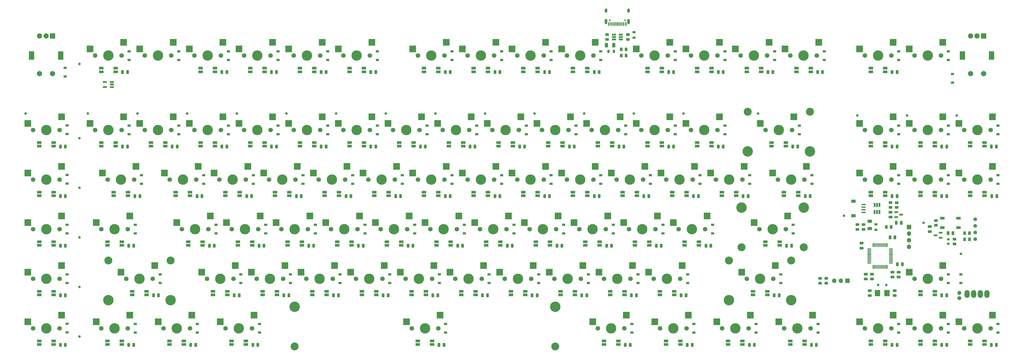
<source format=gbs>
%TF.GenerationSoftware,KiCad,Pcbnew,(6.0.0)*%
%TF.CreationDate,2022-03-04T20:35:23-05:00*%
%TF.ProjectId,keyboard0,6b657962-6f61-4726-9430-2e6b69636164,rev?*%
%TF.SameCoordinates,Original*%
%TF.FileFunction,Soldermask,Bot*%
%TF.FilePolarity,Negative*%
%FSLAX46Y46*%
G04 Gerber Fmt 4.6, Leading zero omitted, Abs format (unit mm)*
G04 Created by KiCad (PCBNEW (6.0.0)) date 2022-03-04 20:35:23*
%MOMM*%
%LPD*%
G01*
G04 APERTURE LIST*
G04 Aperture macros list*
%AMRoundRect*
0 Rectangle with rounded corners*
0 $1 Rounding radius*
0 $2 $3 $4 $5 $6 $7 $8 $9 X,Y pos of 4 corners*
0 Add a 4 corners polygon primitive as box body*
4,1,4,$2,$3,$4,$5,$6,$7,$8,$9,$2,$3,0*
0 Add four circle primitives for the rounded corners*
1,1,$1+$1,$2,$3*
1,1,$1+$1,$4,$5*
1,1,$1+$1,$6,$7*
1,1,$1+$1,$8,$9*
0 Add four rect primitives between the rounded corners*
20,1,$1+$1,$2,$3,$4,$5,0*
20,1,$1+$1,$4,$5,$6,$7,0*
20,1,$1+$1,$6,$7,$8,$9,0*
20,1,$1+$1,$8,$9,$2,$3,0*%
G04 Aperture macros list end*
%ADD10O,2.000000X3.000000*%
%ADD11C,1.524000*%
%ADD12O,1.524000X1.524000*%
%ADD13R,1.200000X0.900000*%
%ADD14R,2.550000X2.500000*%
%ADD15C,1.750000*%
%ADD16C,3.987800*%
%ADD17C,3.050000*%
%ADD18C,4.000000*%
%ADD19R,2.000000X2.000000*%
%ADD20C,2.000000*%
%ADD21R,2.000000X3.200000*%
%ADD22C,1.397000*%
%ADD23RoundRect,0.250000X-0.262500X-0.450000X0.262500X-0.450000X0.262500X0.450000X-0.262500X0.450000X0*%
%ADD24C,1.000000*%
%ADD25RoundRect,0.218750X0.381250X-0.218750X0.381250X0.218750X-0.381250X0.218750X-0.381250X-0.218750X0*%
%ADD26RoundRect,0.250000X0.475000X-0.250000X0.475000X0.250000X-0.475000X0.250000X-0.475000X-0.250000X0*%
%ADD27RoundRect,0.250000X-0.475000X0.250000X-0.475000X-0.250000X0.475000X-0.250000X0.475000X0.250000X0*%
%ADD28RoundRect,0.250000X0.250000X0.475000X-0.250000X0.475000X-0.250000X-0.475000X0.250000X-0.475000X0*%
%ADD29RoundRect,0.243750X-0.456250X0.243750X-0.456250X-0.243750X0.456250X-0.243750X0.456250X0.243750X0*%
%ADD30RoundRect,0.250000X-0.625000X0.375000X-0.625000X-0.375000X0.625000X-0.375000X0.625000X0.375000X0*%
%ADD31R,1.700000X1.700000*%
%ADD32O,1.700000X1.700000*%
%ADD33RoundRect,0.250000X-0.450000X0.262500X-0.450000X-0.262500X0.450000X-0.262500X0.450000X0.262500X0*%
%ADD34RoundRect,0.250000X0.262500X0.450000X-0.262500X0.450000X-0.262500X-0.450000X0.262500X-0.450000X0*%
%ADD35RoundRect,0.250000X0.450000X-0.262500X0.450000X0.262500X-0.450000X0.262500X-0.450000X-0.262500X0*%
%ADD36RoundRect,0.150000X-0.587500X-0.150000X0.587500X-0.150000X0.587500X0.150000X-0.587500X0.150000X0*%
%ADD37RoundRect,0.075000X0.075000X-0.662500X0.075000X0.662500X-0.075000X0.662500X-0.075000X-0.662500X0*%
%ADD38RoundRect,0.075000X0.662500X-0.075000X0.662500X0.075000X-0.662500X0.075000X-0.662500X-0.075000X0*%
%ADD39R,2.000000X2.400000*%
%ADD40C,0.650000*%
%ADD41R,0.600000X1.450000*%
%ADD42R,0.300000X1.450000*%
%ADD43O,1.000000X2.100000*%
%ADD44O,1.000000X1.600000*%
%ADD45R,1.560000X0.650000*%
%ADD46RoundRect,0.243750X0.243750X0.456250X-0.243750X0.456250X-0.243750X-0.456250X0.243750X-0.456250X0*%
%ADD47RoundRect,0.250000X-0.250000X-0.475000X0.250000X-0.475000X0.250000X0.475000X-0.250000X0.475000X0*%
%ADD48RoundRect,0.150000X0.587500X0.150000X-0.587500X0.150000X-0.587500X-0.150000X0.587500X-0.150000X0*%
%ADD49RoundRect,0.200000X-0.275000X0.200000X-0.275000X-0.200000X0.275000X-0.200000X0.275000X0.200000X0*%
%ADD50R,1.800000X1.100000*%
%ADD51R,1.550000X0.600000*%
%ADD52R,1.800000X1.200000*%
%ADD53RoundRect,0.218750X0.218750X0.381250X-0.218750X0.381250X-0.218750X-0.381250X0.218750X-0.381250X0*%
%ADD54RoundRect,0.243750X0.456250X-0.243750X0.456250X0.243750X-0.456250X0.243750X-0.456250X-0.243750X0*%
%ADD55RoundRect,0.250000X-0.375000X-0.625000X0.375000X-0.625000X0.375000X0.625000X-0.375000X0.625000X0*%
%ADD56R,1.700000X1.000000*%
%ADD57R,0.650000X1.560000*%
G04 APERTURE END LIST*
D10*
%TO.C,ROT2-1*%
X383375600Y-189194700D03*
X385915600Y-189194700D03*
X388455600Y-189194700D03*
X390995600Y-189194700D03*
D11*
X380375600Y-190844700D03*
D12*
X380375600Y-188844700D03*
%TD*%
D13*
%TO.C,D6*%
X380976000Y-184994700D03*
X380976000Y-181694700D03*
%TD*%
D14*
%TO.C,MX52*%
X49267700Y-161755900D03*
X62167700Y-159215900D03*
D15*
X61432700Y-164295900D03*
D16*
X56352700Y-164295900D03*
D15*
X51272700Y-164295900D03*
%TD*%
D14*
%TO.C,MX2*%
X97884200Y-92545100D03*
D15*
X86989200Y-97625100D03*
D16*
X92069200Y-97625100D03*
D14*
X84984200Y-95085100D03*
D15*
X97149200Y-97625100D03*
%TD*%
D16*
%TO.C,MX15*%
X30160600Y-126198300D03*
D14*
X23075600Y-123658300D03*
D15*
X35240600Y-126198300D03*
X25080600Y-126198300D03*
D14*
X35975600Y-121118300D03*
%TD*%
D15*
%TO.C,MX33*%
X35240600Y-145247100D03*
D14*
X23075600Y-142707100D03*
D16*
X30160600Y-145247100D03*
D15*
X25080600Y-145247100D03*
D14*
X35975600Y-140167100D03*
%TD*%
D15*
%TO.C,MX51*%
X35240600Y-164295900D03*
D14*
X35975600Y-159215900D03*
X23075600Y-161755900D03*
D15*
X25080600Y-164295900D03*
D16*
X30160600Y-164295900D03*
%TD*%
%TO.C,MX65*%
X30160600Y-183344700D03*
D15*
X35240600Y-183344700D03*
D14*
X35975600Y-178264700D03*
X23075600Y-180804700D03*
D15*
X25080600Y-183344700D03*
%TD*%
D14*
%TO.C,MX1*%
X46886600Y-95085100D03*
D15*
X48891600Y-97625100D03*
X59051600Y-97625100D03*
D14*
X59786600Y-92545100D03*
D16*
X53971600Y-97625100D03*
%TD*%
D14*
%TO.C,MX16*%
X46886600Y-123658300D03*
D16*
X53971600Y-126198300D03*
D15*
X59051600Y-126198300D03*
D14*
X59786600Y-121118300D03*
D15*
X48891600Y-126198300D03*
%TD*%
D14*
%TO.C,MX34*%
X64548800Y-140167100D03*
D15*
X53653800Y-145247100D03*
D14*
X51648800Y-142707100D03*
D16*
X58733800Y-145247100D03*
D15*
X63813800Y-145247100D03*
%TD*%
D14*
%TO.C,MX79*%
X23075600Y-199853500D03*
X35975600Y-197313500D03*
D15*
X25080600Y-202393500D03*
X35240600Y-202393500D03*
D16*
X30160600Y-202393500D03*
%TD*%
D14*
%TO.C,MX18*%
X84984200Y-123658300D03*
D15*
X86989200Y-126198300D03*
X97149200Y-126198300D03*
D14*
X97884200Y-121118300D03*
D16*
X92069200Y-126198300D03*
%TD*%
D15*
%TO.C,MX36*%
X106673600Y-145247100D03*
X96513600Y-145247100D03*
D14*
X107408600Y-140167100D03*
X94508600Y-142707100D03*
D16*
X101593600Y-145247100D03*
%TD*%
%TO.C,MX54*%
X106355800Y-164295900D03*
D15*
X111435800Y-164295900D03*
D14*
X99270800Y-161755900D03*
X112170800Y-159215900D03*
D15*
X101275800Y-164295900D03*
%TD*%
%TO.C,MX67*%
X101911400Y-183344700D03*
D14*
X102646400Y-178264700D03*
D16*
X96831400Y-183344700D03*
D14*
X89746400Y-180804700D03*
D15*
X91751400Y-183344700D03*
%TD*%
D14*
%TO.C,MX82*%
X96889700Y-199853500D03*
D15*
X109054700Y-202393500D03*
D16*
X103974700Y-202393500D03*
D15*
X98894700Y-202393500D03*
D14*
X109789700Y-197313500D03*
%TD*%
%TO.C,MX17*%
X65935400Y-123658300D03*
D15*
X67940400Y-126198300D03*
X78100400Y-126198300D03*
D16*
X73020400Y-126198300D03*
D14*
X78835400Y-121118300D03*
%TD*%
%TO.C,MX35*%
X75459800Y-142707100D03*
D15*
X87624800Y-145247100D03*
D14*
X88359800Y-140167100D03*
D15*
X77464800Y-145247100D03*
D16*
X82544800Y-145247100D03*
%TD*%
%TO.C,MX53*%
X87248700Y-164295900D03*
D15*
X92328700Y-164295900D03*
X82168700Y-164295900D03*
D14*
X80163700Y-161755900D03*
X93063700Y-159215900D03*
%TD*%
D17*
%TO.C,MX66*%
X53939100Y-176344700D03*
D14*
X71692100Y-178264700D03*
X58792100Y-180804700D03*
D15*
X60797100Y-183344700D03*
X70957100Y-183344700D03*
D18*
X53939100Y-191584700D03*
X77815100Y-191584700D03*
D17*
X77815100Y-176344700D03*
D16*
X65877100Y-183344700D03*
%TD*%
D14*
%TO.C,MX81*%
X85978700Y-197313500D03*
X73078700Y-199853500D03*
D16*
X80163700Y-202393500D03*
D15*
X75083700Y-202393500D03*
X85243700Y-202393500D03*
%TD*%
D14*
%TO.C,MX3*%
X104033000Y-95085100D03*
D15*
X106038000Y-97625100D03*
X116198000Y-97625100D03*
D14*
X116933000Y-92545100D03*
D16*
X111118000Y-97625100D03*
%TD*%
%TO.C,MX37*%
X120642400Y-145247100D03*
D14*
X113557400Y-142707100D03*
D15*
X115562400Y-145247100D03*
X125722400Y-145247100D03*
D14*
X126457400Y-140167100D03*
%TD*%
%TO.C,MX55*%
X118319600Y-161755900D03*
D16*
X125404600Y-164295900D03*
D15*
X120324600Y-164295900D03*
X130484600Y-164295900D03*
D14*
X131219600Y-159215900D03*
%TD*%
%TO.C,MX68*%
X108795200Y-180804700D03*
D16*
X115880200Y-183344700D03*
D15*
X120960200Y-183344700D03*
X110800200Y-183344700D03*
D14*
X121695200Y-178264700D03*
%TD*%
D16*
%TO.C,MX70*%
X153977800Y-183344700D03*
D15*
X159057800Y-183344700D03*
D14*
X146892800Y-180804700D03*
D15*
X148897800Y-183344700D03*
D14*
X159792800Y-178264700D03*
%TD*%
D15*
%TO.C,MX4*%
X125086800Y-97625100D03*
D14*
X135981800Y-92545100D03*
D15*
X135246800Y-97625100D03*
D14*
X123081800Y-95085100D03*
D16*
X130166800Y-97625100D03*
%TD*%
D14*
%TO.C,MX20*%
X135981800Y-121118300D03*
D16*
X130166800Y-126198300D03*
D14*
X123081800Y-123658300D03*
D15*
X125086800Y-126198300D03*
X135246800Y-126198300D03*
%TD*%
%TO.C,MX38*%
X134611200Y-145247100D03*
D14*
X145506200Y-140167100D03*
D16*
X139691200Y-145247100D03*
D15*
X144771200Y-145247100D03*
D14*
X132606200Y-142707100D03*
%TD*%
D15*
%TO.C,MX56*%
X139373400Y-164295900D03*
D14*
X150268400Y-159215900D03*
X137368400Y-161755900D03*
D16*
X144453400Y-164295900D03*
D15*
X149533400Y-164295900D03*
%TD*%
%TO.C,MX69*%
X129849000Y-183344700D03*
D14*
X127844000Y-180804700D03*
D16*
X134929000Y-183344700D03*
D15*
X140009000Y-183344700D03*
D14*
X140744000Y-178264700D03*
%TD*%
D15*
%TO.C,MX5*%
X154295600Y-97625100D03*
D14*
X142130600Y-95085100D03*
D15*
X144135600Y-97625100D03*
D16*
X149215600Y-97625100D03*
D14*
X155030600Y-92545100D03*
%TD*%
D16*
%TO.C,MX39*%
X158740000Y-145247100D03*
D14*
X164555000Y-140167100D03*
D15*
X163820000Y-145247100D03*
D14*
X151655000Y-142707100D03*
D15*
X153660000Y-145247100D03*
%TD*%
%TO.C,MX57*%
X168582200Y-164295900D03*
D14*
X169317200Y-159215900D03*
D16*
X163502200Y-164295900D03*
D15*
X158422200Y-164295900D03*
D14*
X156417200Y-161755900D03*
%TD*%
D15*
%TO.C,MX71*%
X167946600Y-183344700D03*
D16*
X173026600Y-183344700D03*
D15*
X178106600Y-183344700D03*
D14*
X178841600Y-178264700D03*
X165941600Y-180804700D03*
%TD*%
D15*
%TO.C,MX83*%
X170327700Y-202393500D03*
D17*
X225407700Y-209393500D03*
X125407700Y-209393500D03*
D15*
X180487700Y-202393500D03*
D18*
X125407700Y-194153500D03*
D14*
X168322700Y-199853500D03*
X181222700Y-197313500D03*
D16*
X175407700Y-202393500D03*
D18*
X225407700Y-194153500D03*
%TD*%
D14*
%TO.C,MX22*%
X174079400Y-121118300D03*
D16*
X168264400Y-126198300D03*
D15*
X173344400Y-126198300D03*
X163184400Y-126198300D03*
D14*
X161179400Y-123658300D03*
%TD*%
D15*
%TO.C,MX40*%
X182868800Y-145247100D03*
D14*
X170703800Y-142707100D03*
D16*
X177788800Y-145247100D03*
D14*
X183603800Y-140167100D03*
D15*
X172708800Y-145247100D03*
%TD*%
%TO.C,MX58*%
X177471000Y-164295900D03*
X187631000Y-164295900D03*
D16*
X182551000Y-164295900D03*
D14*
X175466000Y-161755900D03*
X188366000Y-159215900D03*
%TD*%
D15*
%TO.C,MX72*%
X186995400Y-183344700D03*
D14*
X184990400Y-180804700D03*
D16*
X192075400Y-183344700D03*
D15*
X197155400Y-183344700D03*
D14*
X197890400Y-178264700D03*
%TD*%
D16*
%TO.C,MX7*%
X196837600Y-97625100D03*
D15*
X191757600Y-97625100D03*
D14*
X202652600Y-92545100D03*
X189752600Y-95085100D03*
D15*
X201917600Y-97625100D03*
%TD*%
%TO.C,MX23*%
X182233200Y-126198300D03*
X192393200Y-126198300D03*
D14*
X180228200Y-123658300D03*
X193128200Y-121118300D03*
D16*
X187313200Y-126198300D03*
%TD*%
D15*
%TO.C,MX41*%
X191757600Y-145247100D03*
D14*
X202652600Y-140167100D03*
D16*
X196837600Y-145247100D03*
D14*
X189752600Y-142707100D03*
D15*
X201917600Y-145247100D03*
%TD*%
%TO.C,MX59*%
X206679800Y-164295900D03*
D14*
X194514800Y-161755900D03*
D15*
X196519800Y-164295900D03*
D16*
X201599800Y-164295900D03*
D14*
X207414800Y-159215900D03*
%TD*%
%TO.C,MX73*%
X216939200Y-178264700D03*
D15*
X216204200Y-183344700D03*
X206044200Y-183344700D03*
D16*
X211124200Y-183344700D03*
D14*
X204039200Y-180804700D03*
%TD*%
D15*
%TO.C,MX8*%
X210806400Y-97625100D03*
D14*
X221701400Y-92545100D03*
D16*
X215886400Y-97625100D03*
D15*
X220966400Y-97625100D03*
D14*
X208801400Y-95085100D03*
%TD*%
%TO.C,MX24*%
X212177000Y-121118300D03*
X199277000Y-123658300D03*
D16*
X206362000Y-126198300D03*
D15*
X211442000Y-126198300D03*
X201282000Y-126198300D03*
%TD*%
%TO.C,MX42*%
X210806400Y-145247100D03*
D16*
X215886400Y-145247100D03*
D15*
X220966400Y-145247100D03*
D14*
X221701400Y-140167100D03*
X208801400Y-142707100D03*
%TD*%
D15*
%TO.C,MX60*%
X215568600Y-164295900D03*
D16*
X220648600Y-164295900D03*
D14*
X213563600Y-161755900D03*
D15*
X225728600Y-164295900D03*
D14*
X226463600Y-159215900D03*
%TD*%
%TO.C,MX74*%
X235988000Y-178264700D03*
D15*
X225093000Y-183344700D03*
D14*
X223088000Y-180804700D03*
D16*
X230173000Y-183344700D03*
D15*
X235253000Y-183344700D03*
%TD*%
%TO.C,MX9*%
X240015200Y-97625100D03*
X229855200Y-97625100D03*
D14*
X227850200Y-95085100D03*
X240750200Y-92545100D03*
D16*
X234935200Y-97625100D03*
%TD*%
%TO.C,MX25*%
X225410800Y-126198300D03*
D15*
X220330800Y-126198300D03*
X230490800Y-126198300D03*
D14*
X231225800Y-121118300D03*
X218325800Y-123658300D03*
%TD*%
D15*
%TO.C,MX43*%
X240015200Y-145247100D03*
D16*
X234935200Y-145247100D03*
D14*
X227850200Y-142707100D03*
D15*
X229855200Y-145247100D03*
D14*
X240750200Y-140167100D03*
%TD*%
D15*
%TO.C,MX61*%
X234617400Y-164295900D03*
D14*
X232612400Y-161755900D03*
X245512400Y-159215900D03*
D15*
X244777400Y-164295900D03*
D16*
X239697400Y-164295900D03*
%TD*%
%TO.C,MX84*%
X246840700Y-202393500D03*
D15*
X251920700Y-202393500D03*
X241760700Y-202393500D03*
D14*
X252655700Y-197313500D03*
X239755700Y-199853500D03*
%TD*%
%TO.C,MX10*%
X256423400Y-95085100D03*
X269323400Y-92545100D03*
D15*
X268588400Y-97625100D03*
D16*
X263508400Y-97625100D03*
D15*
X258428400Y-97625100D03*
%TD*%
D16*
%TO.C,MX26*%
X244459600Y-126198300D03*
D15*
X249539600Y-126198300D03*
D14*
X237374600Y-123658300D03*
D15*
X239379600Y-126198300D03*
D14*
X250274600Y-121118300D03*
%TD*%
D16*
%TO.C,MX44*%
X253984000Y-145247100D03*
D14*
X259799000Y-140167100D03*
X246899000Y-142707100D03*
D15*
X259064000Y-145247100D03*
X248904000Y-145247100D03*
%TD*%
D14*
%TO.C,MX62*%
X264561200Y-159215900D03*
D15*
X263826200Y-164295900D03*
D16*
X258746200Y-164295900D03*
D14*
X251661200Y-161755900D03*
D15*
X253666200Y-164295900D03*
%TD*%
%TO.C,MX76*%
X263190600Y-183344700D03*
D14*
X274085600Y-178264700D03*
D16*
X268270600Y-183344700D03*
D14*
X261185600Y-180804700D03*
D15*
X273350600Y-183344700D03*
%TD*%
D14*
%TO.C,MX11*%
X288372200Y-92545100D03*
D15*
X277477200Y-97625100D03*
D14*
X275472200Y-95085100D03*
D16*
X282557200Y-97625100D03*
D15*
X287637200Y-97625100D03*
%TD*%
D14*
%TO.C,MX27*%
X256423400Y-123658300D03*
D15*
X268588400Y-126198300D03*
D14*
X269323400Y-121118300D03*
D16*
X263508400Y-126198300D03*
D15*
X258428400Y-126198300D03*
%TD*%
%TO.C,MX45*%
X267952800Y-145247100D03*
X278112800Y-145247100D03*
D14*
X265947800Y-142707100D03*
D16*
X273032800Y-145247100D03*
D14*
X278847800Y-140167100D03*
%TD*%
D15*
%TO.C,MX63*%
X272715000Y-164295900D03*
D16*
X277795000Y-164295900D03*
D14*
X270710000Y-161755900D03*
D15*
X282875000Y-164295900D03*
D14*
X283610000Y-159215900D03*
%TD*%
D15*
%TO.C,MX85*%
X265571700Y-202393500D03*
D14*
X276466700Y-197313500D03*
D15*
X275731700Y-202393500D03*
D16*
X270651700Y-202393500D03*
D14*
X263566700Y-199853500D03*
%TD*%
D15*
%TO.C,MX86*%
X299542700Y-202393500D03*
D14*
X300277700Y-197313500D03*
D16*
X294462700Y-202393500D03*
D15*
X289382700Y-202393500D03*
D14*
X287377700Y-199853500D03*
%TD*%
D16*
%TO.C,MX12*%
X301606000Y-97625100D03*
D14*
X307421000Y-92545100D03*
D15*
X306686000Y-97625100D03*
D14*
X294521000Y-95085100D03*
D15*
X296526000Y-97625100D03*
%TD*%
%TO.C,MX28*%
X287637200Y-126198300D03*
D14*
X275472200Y-123658300D03*
D15*
X277477200Y-126198300D03*
D14*
X288372200Y-121118300D03*
D16*
X282557200Y-126198300D03*
%TD*%
D15*
%TO.C,MX46*%
X297161600Y-145247100D03*
D14*
X297896600Y-140167100D03*
X284996600Y-142707100D03*
D15*
X287001600Y-145247100D03*
D16*
X292081600Y-145247100D03*
%TD*%
%TO.C,MX87*%
X318273700Y-202393500D03*
D14*
X324088700Y-197313500D03*
D15*
X313193700Y-202393500D03*
D14*
X311188700Y-199853500D03*
D15*
X323353700Y-202393500D03*
%TD*%
D16*
%TO.C,MX13*%
X320654800Y-97625100D03*
D14*
X313569800Y-95085100D03*
X326469800Y-92545100D03*
D15*
X315574800Y-97625100D03*
X325734800Y-97625100D03*
%TD*%
D17*
%TO.C,MX29*%
X323068400Y-119198300D03*
D14*
X316945400Y-121118300D03*
D18*
X299192400Y-134438300D03*
D14*
X304045400Y-123658300D03*
D15*
X306050400Y-126198300D03*
D16*
X311130400Y-126198300D03*
D15*
X316210400Y-126198300D03*
D17*
X299192400Y-119198300D03*
D18*
X323068400Y-134438300D03*
%TD*%
D16*
%TO.C,MX47*%
X315892600Y-145247100D03*
D14*
X308807600Y-142707100D03*
X321707600Y-140167100D03*
D15*
X320972600Y-145247100D03*
X310812600Y-145247100D03*
%TD*%
%TO.C,MX64*%
X303669300Y-164295900D03*
D18*
X296811300Y-156055900D03*
D14*
X314564300Y-159215900D03*
D17*
X320687300Y-171295900D03*
D16*
X308749300Y-164295900D03*
D14*
X301664300Y-161755900D03*
D17*
X296811300Y-171295900D03*
D15*
X313829300Y-164295900D03*
D18*
X320687300Y-156055900D03*
%TD*%
D15*
%TO.C,MX77*%
X309057562Y-183343844D03*
D18*
X315925100Y-191584700D03*
D14*
X309792562Y-178263844D03*
D17*
X292049100Y-176344700D03*
D16*
X303977562Y-183343844D03*
D14*
X296892562Y-180803844D03*
D15*
X298897562Y-183343844D03*
D18*
X292049100Y-191584700D03*
D17*
X315925100Y-176344700D03*
%TD*%
D14*
%TO.C,MX88*%
X342143000Y-199853500D03*
D16*
X349228000Y-202393500D03*
D14*
X355043000Y-197313500D03*
D15*
X344148000Y-202393500D03*
X354308000Y-202393500D03*
%TD*%
%TO.C,MX30*%
X344148000Y-126198300D03*
D14*
X355043000Y-121118300D03*
X342143000Y-123658300D03*
D15*
X354308000Y-126198300D03*
D16*
X349228000Y-126198300D03*
%TD*%
D15*
%TO.C,MX48*%
X354308000Y-145247100D03*
X344148000Y-145247100D03*
D16*
X349228000Y-145247100D03*
D14*
X355043000Y-140167100D03*
X342143000Y-142707100D03*
%TD*%
%TO.C,MX31*%
X374091800Y-121118300D03*
D15*
X373356800Y-126198300D03*
D14*
X361191800Y-123658300D03*
D15*
X363196800Y-126198300D03*
D16*
X368276800Y-126198300D03*
%TD*%
D14*
%TO.C,MX49*%
X361191800Y-142707100D03*
D15*
X363196800Y-145247100D03*
D14*
X374091800Y-140167100D03*
D16*
X368276800Y-145247100D03*
D15*
X373356800Y-145247100D03*
%TD*%
D16*
%TO.C,MX78*%
X368276800Y-183344700D03*
D15*
X363196800Y-183344700D03*
D14*
X361191800Y-180804700D03*
X374091800Y-178264700D03*
D15*
X373356800Y-183344700D03*
%TD*%
D14*
%TO.C,MX89*%
X361191800Y-199853500D03*
D16*
X368276800Y-202393500D03*
D15*
X373356800Y-202393500D03*
D14*
X374091800Y-197313500D03*
D15*
X363196800Y-202393500D03*
%TD*%
%TO.C,MX50*%
X382245600Y-145247100D03*
D16*
X387325600Y-145247100D03*
D14*
X393140600Y-140167100D03*
X380240600Y-142707100D03*
D15*
X392405600Y-145247100D03*
%TD*%
D14*
%TO.C,MX90*%
X393140600Y-197313500D03*
D15*
X382245600Y-202393500D03*
D16*
X387325600Y-202393500D03*
D14*
X380240600Y-199853500D03*
D15*
X392405600Y-202393500D03*
%TD*%
D19*
%TO.C,ROT2*%
X389706700Y-90084950D03*
D20*
X384706700Y-90084950D03*
X387206700Y-90084950D03*
D21*
X381606700Y-97584950D03*
X392806700Y-97584950D03*
D20*
X384706700Y-104584950D03*
X389706700Y-104584950D03*
%TD*%
D15*
%TO.C,MX6*%
X182868800Y-97625100D03*
D14*
X170703800Y-95085100D03*
X183603800Y-92545100D03*
D15*
X172708800Y-97625100D03*
D16*
X177788800Y-97625100D03*
%TD*%
D14*
%TO.C,MX21*%
X142130600Y-123658300D03*
D15*
X154295600Y-126198300D03*
D14*
X155030600Y-121118300D03*
D15*
X144135600Y-126198300D03*
D16*
X149215600Y-126198300D03*
%TD*%
D14*
%TO.C,MX32*%
X380240600Y-123658300D03*
D15*
X392405600Y-126198300D03*
X382245600Y-126198300D03*
D16*
X387325600Y-126198300D03*
D14*
X393140600Y-121118300D03*
%TD*%
%TO.C,MX19*%
X104033000Y-123658300D03*
X116933000Y-121118300D03*
D16*
X111118000Y-126198300D03*
D15*
X106038000Y-126198300D03*
X116198000Y-126198300D03*
%TD*%
D19*
%TO.C,ROT1*%
X32541700Y-90084950D03*
D20*
X27541700Y-90084950D03*
X30041700Y-90084950D03*
D21*
X35641700Y-97584950D03*
X24441700Y-97584950D03*
D20*
X27541700Y-104584950D03*
X32541700Y-104584950D03*
%TD*%
D16*
%TO.C,MX14*%
X349228000Y-97625100D03*
D15*
X344148000Y-97625100D03*
D14*
X342143000Y-95085100D03*
X355043000Y-92545100D03*
D15*
X354308000Y-97625100D03*
%TD*%
D22*
%TO.C,OL1*%
X386531900Y-168105900D03*
X386531900Y-165565900D03*
X386531900Y-163025900D03*
X386531900Y-160485900D03*
%TD*%
D15*
%TO.C,MX80*%
X51272700Y-202393500D03*
X61432700Y-202393500D03*
D16*
X56352700Y-202393500D03*
D14*
X49267700Y-199853500D03*
X62167700Y-197313500D03*
%TD*%
D15*
%TO.C,MX14.5*%
X363196800Y-97625100D03*
X373356800Y-97625100D03*
D16*
X368276800Y-97625100D03*
D14*
X361191800Y-95085100D03*
X374091800Y-92545100D03*
%TD*%
D16*
%TO.C,MX75*%
X249221800Y-183344700D03*
D15*
X244141800Y-183344700D03*
D14*
X242136800Y-180804700D03*
X255036800Y-178264700D03*
D15*
X254301800Y-183344700D03*
%TD*%
D14*
%TO.C,MX1.5*%
X78835400Y-92545100D03*
D15*
X78100400Y-97625100D03*
X67940400Y-97625100D03*
D14*
X65935400Y-95085100D03*
D16*
X73020400Y-97625100D03*
%TD*%
D13*
%TO.C,KD15*%
X38097600Y-127785700D03*
X38097600Y-124485700D03*
%TD*%
%TO.C,KD33*%
X38097600Y-146834500D03*
X38097600Y-143534500D03*
%TD*%
%TO.C,KD51*%
X38097600Y-165945900D03*
X38097600Y-162645900D03*
%TD*%
%TO.C,KD65*%
X38097600Y-184994700D03*
X38097600Y-181694700D03*
%TD*%
%TO.C,KD80*%
X64289700Y-204043500D03*
X64289700Y-200743500D03*
%TD*%
%TO.C,KD1*%
X61908600Y-99275100D03*
X61908600Y-95975100D03*
%TD*%
%TO.C,KD16*%
X61908600Y-127848300D03*
X61908600Y-124548300D03*
%TD*%
%TO.C,KD34*%
X66670800Y-146897100D03*
X66670800Y-143597100D03*
%TD*%
%TO.C,KD52*%
X64289700Y-165945900D03*
X64289700Y-162645900D03*
%TD*%
%TO.C,KD79*%
X38097600Y-203980900D03*
X38097600Y-200680900D03*
%TD*%
%TO.C,KD2*%
X100006200Y-99275100D03*
X100006200Y-95975100D03*
%TD*%
%TO.C,KD18*%
X100006200Y-127848300D03*
X100006200Y-124548300D03*
%TD*%
%TO.C,KD36*%
X109530600Y-146897100D03*
X109530600Y-143597100D03*
%TD*%
%TO.C,KD54*%
X114292800Y-165945900D03*
X114292800Y-162645900D03*
%TD*%
%TO.C,KD67*%
X104768400Y-184994700D03*
X104768400Y-181694700D03*
%TD*%
%TO.C,KD82*%
X111911700Y-204043500D03*
X111911700Y-200743500D03*
%TD*%
%TO.C,KD17*%
X80957400Y-127848300D03*
X80957400Y-124548300D03*
%TD*%
%TO.C,KD35*%
X90481800Y-146897100D03*
X90481800Y-143597100D03*
%TD*%
%TO.C,KD53*%
X95244000Y-165945900D03*
X95244000Y-162645900D03*
%TD*%
%TO.C,KD66*%
X73814100Y-184994700D03*
X73814100Y-181694700D03*
%TD*%
%TO.C,KD81*%
X88100700Y-204043500D03*
X88100700Y-200743500D03*
%TD*%
%TO.C,KD3*%
X119055000Y-99275100D03*
X119055000Y-95975100D03*
%TD*%
%TO.C,KD19*%
X119055000Y-127848300D03*
X119055000Y-124548300D03*
%TD*%
%TO.C,KD37*%
X128579400Y-146897100D03*
X128579400Y-143597100D03*
%TD*%
%TO.C,KD55*%
X133341600Y-165945900D03*
X133341600Y-162645900D03*
%TD*%
%TO.C,KD68*%
X123817200Y-184994700D03*
X123817200Y-181694700D03*
%TD*%
%TO.C,KD70*%
X161914800Y-184994700D03*
X161914800Y-181694700D03*
%TD*%
%TO.C,KD4*%
X138103800Y-99275100D03*
X138103800Y-95975100D03*
%TD*%
%TO.C,KD20*%
X138103800Y-127848300D03*
X138103800Y-124548300D03*
%TD*%
%TO.C,KD38*%
X147628200Y-146897100D03*
X147628200Y-143597100D03*
%TD*%
%TO.C,KD56*%
X152390400Y-165945900D03*
X152390400Y-162645900D03*
%TD*%
%TO.C,KD69*%
X142866000Y-184994700D03*
X142866000Y-181694700D03*
%TD*%
%TO.C,KD5*%
X157152600Y-99275100D03*
X157152600Y-95975100D03*
%TD*%
%TO.C,KD21*%
X157152600Y-127848300D03*
X157152600Y-124548300D03*
%TD*%
%TO.C,KD39*%
X166677000Y-146897100D03*
X166677000Y-143597100D03*
%TD*%
%TO.C,KD57*%
X171439200Y-165945900D03*
X171439200Y-162645900D03*
%TD*%
%TO.C,KD71*%
X180963600Y-184994700D03*
X180963600Y-181694700D03*
%TD*%
%TO.C,KD83*%
X183344700Y-204043500D03*
X183344700Y-200743500D03*
%TD*%
%TO.C,KD6*%
X185725800Y-99275100D03*
X185725800Y-95975100D03*
%TD*%
%TO.C,KD22*%
X176201400Y-127848300D03*
X176201400Y-124548300D03*
%TD*%
%TO.C,KD40*%
X185725800Y-146897100D03*
X185725800Y-143597100D03*
%TD*%
%TO.C,KD58*%
X190488000Y-165945900D03*
X190488000Y-162645900D03*
%TD*%
%TO.C,KD72*%
X200012400Y-184994700D03*
X200012400Y-181694700D03*
%TD*%
%TO.C,KD7*%
X204774600Y-99275100D03*
X204774600Y-95975100D03*
%TD*%
%TO.C,KD23*%
X195250200Y-127848300D03*
X195250200Y-124548300D03*
%TD*%
%TO.C,KD41*%
X204774600Y-146897100D03*
X204774600Y-143597100D03*
%TD*%
%TO.C,KD59*%
X209536800Y-165945900D03*
X209536800Y-162645900D03*
%TD*%
%TO.C,KD73*%
X219061200Y-184994700D03*
X219061200Y-181694700D03*
%TD*%
%TO.C,KD8*%
X223823400Y-99275100D03*
X223823400Y-95975100D03*
%TD*%
%TO.C,KD24*%
X214299000Y-127848300D03*
X214299000Y-124548300D03*
%TD*%
%TO.C,KD42*%
X223823400Y-146897100D03*
X223823400Y-143597100D03*
%TD*%
%TO.C,KD60*%
X228585600Y-165945900D03*
X228585600Y-162645900D03*
%TD*%
%TO.C,KD74*%
X238110000Y-184994700D03*
X238110000Y-181694700D03*
%TD*%
%TO.C,KD25*%
X233347800Y-127848300D03*
X233347800Y-124548300D03*
%TD*%
%TO.C,KD43*%
X242872200Y-146897100D03*
X242872200Y-143597100D03*
%TD*%
%TO.C,KD61*%
X247634400Y-165945900D03*
X247634400Y-162645900D03*
%TD*%
%TO.C,KD75*%
X257158800Y-184994700D03*
X257158800Y-181694700D03*
%TD*%
%TO.C,KD84*%
X254777700Y-204043500D03*
X254777700Y-200743500D03*
%TD*%
%TO.C,KD10*%
X271445400Y-99275100D03*
X271445400Y-95975100D03*
%TD*%
%TO.C,KD26*%
X252396600Y-127848300D03*
X252396600Y-124548300D03*
%TD*%
%TO.C,KD44*%
X261921000Y-146897100D03*
X261921000Y-143597100D03*
%TD*%
%TO.C,KD62*%
X266683200Y-165945900D03*
X266683200Y-162645900D03*
%TD*%
%TO.C,KD11*%
X290494200Y-99275100D03*
X290494200Y-95975100D03*
%TD*%
%TO.C,KD27*%
X271445400Y-127848300D03*
X271445400Y-124548300D03*
%TD*%
%TO.C,KD45*%
X280969800Y-146897100D03*
X280969800Y-143597100D03*
%TD*%
%TO.C,KD63*%
X285732000Y-165945900D03*
X285732000Y-162645900D03*
%TD*%
%TO.C,KD85*%
X278588700Y-204043500D03*
X278588700Y-200743500D03*
%TD*%
%TO.C,KD86*%
X302399700Y-204043500D03*
X302399700Y-200743500D03*
%TD*%
%TO.C,KD12*%
X309543000Y-99275100D03*
X309543000Y-95975100D03*
%TD*%
%TO.C,KD28*%
X290494200Y-127848300D03*
X290494200Y-124548300D03*
%TD*%
%TO.C,KD46*%
X300018600Y-146897100D03*
X300018600Y-143597100D03*
%TD*%
%TO.C,KD87*%
X326210700Y-204043500D03*
X326210700Y-200743500D03*
%TD*%
%TO.C,KD13*%
X328591800Y-99275100D03*
X328591800Y-95975100D03*
%TD*%
%TO.C,KD29*%
X319067400Y-127848300D03*
X319067400Y-124548300D03*
%TD*%
%TO.C,KD47*%
X323829600Y-146897100D03*
X323829600Y-143597100D03*
%TD*%
%TO.C,KD64*%
X316686300Y-165945900D03*
X316686300Y-162645900D03*
%TD*%
%TO.C,KD77*%
X311924100Y-184994700D03*
X311924100Y-181694700D03*
%TD*%
%TO.C,KD88*%
X357165000Y-204043500D03*
X357165000Y-200743500D03*
%TD*%
%TO.C,KD14*%
X357165000Y-99275100D03*
X357165000Y-95975100D03*
%TD*%
%TO.C,KD30*%
X357165000Y-127848300D03*
X357165000Y-124548300D03*
%TD*%
%TO.C,KD48*%
X357165000Y-146897100D03*
X357165000Y-143597100D03*
%TD*%
%TO.C,KD31*%
X376213800Y-127848300D03*
X376213800Y-124548300D03*
%TD*%
%TO.C,KD49*%
X376213800Y-146897100D03*
X376213800Y-143597100D03*
%TD*%
%TO.C,KD78*%
X376213800Y-184994700D03*
X376213800Y-181694700D03*
%TD*%
%TO.C,KD89*%
X376213800Y-204043500D03*
X376213800Y-200743500D03*
%TD*%
%TO.C,KD32*%
X395262600Y-127848300D03*
X395262600Y-124548300D03*
%TD*%
%TO.C,KD50*%
X395262600Y-146897100D03*
X395262600Y-143597100D03*
%TD*%
%TO.C,KD90*%
X395262600Y-204043500D03*
X395262600Y-200743500D03*
%TD*%
%TO.C,D4*%
X377801200Y-108005800D03*
X377801200Y-104705800D03*
%TD*%
%TO.C,D3*%
X37303900Y-105624700D03*
X37303900Y-102324700D03*
%TD*%
D23*
%TO.C,R38*%
X382444600Y-168264400D03*
X384269600Y-168264400D03*
%TD*%
%TO.C,R39*%
X382444600Y-165883300D03*
X384269600Y-165883300D03*
%TD*%
D24*
%TO.C,COL12*%
X255571400Y-119848700D03*
%TD*%
%TO.C,COL13*%
X274620200Y-119848700D03*
%TD*%
%TO.C,COL3*%
X84132200Y-119848700D03*
%TD*%
%TO.C,COL0*%
X22223600Y-119848700D03*
%TD*%
%TO.C,ROW5*%
X42859800Y-205568300D03*
%TD*%
%TO.C,ROW4*%
X42859800Y-186519500D03*
%TD*%
%TO.C,ROW3*%
X42859800Y-167470700D03*
%TD*%
%TO.C,ROW2*%
X42859800Y-148421900D03*
%TD*%
%TO.C,ROW1*%
X42859800Y-129373100D03*
%TD*%
%TO.C,ROW0*%
X42859800Y-100799900D03*
%TD*%
%TO.C,COL16*%
X360339800Y-120642400D03*
%TD*%
%TO.C,COL17*%
X379388600Y-120642400D03*
%TD*%
%TO.C,COL4*%
X103181000Y-119848700D03*
%TD*%
%TO.C,COL5*%
X122229800Y-119848700D03*
%TD*%
%TO.C,COL6*%
X141278600Y-119848700D03*
%TD*%
%TO.C,COL7*%
X160327400Y-119848700D03*
%TD*%
%TO.C,COL8*%
X179376200Y-119848700D03*
%TD*%
%TO.C,COL9*%
X198425000Y-119848700D03*
%TD*%
%TO.C,COL10*%
X217473800Y-119848700D03*
%TD*%
%TO.C,COL11*%
X236522600Y-119848700D03*
%TD*%
%TO.C,COL14*%
X303193400Y-119848700D03*
%TD*%
%TO.C,COL2*%
X65083400Y-119848700D03*
%TD*%
%TO.C,COL1*%
X46034600Y-119848700D03*
%TD*%
D25*
%TO.C,FB5*%
X255586250Y-90750750D03*
X255586250Y-88625750D03*
%TD*%
D24*
%TO.C,BOOT0*%
X380976000Y-173820300D03*
%TD*%
%TO.C,BKL1*%
X336131950Y-159136838D03*
%TD*%
D26*
%TO.C,C3*%
X355577600Y-189850600D03*
X355577600Y-187950600D03*
%TD*%
D27*
%TO.C,C7*%
X346053200Y-187950600D03*
X346053200Y-189850600D03*
%TD*%
D26*
%TO.C,C18*%
X354783900Y-182707300D03*
X354783900Y-180807300D03*
%TD*%
D27*
%TO.C,C19*%
X342878400Y-169695500D03*
X342878400Y-171595500D03*
%TD*%
D28*
%TO.C,C20*%
X355733900Y-167470700D03*
X353833900Y-167470700D03*
%TD*%
D26*
%TO.C,C23*%
X346846900Y-183501000D03*
X346846900Y-181601000D03*
%TD*%
D27*
%TO.C,C24*%
X344544600Y-181601000D03*
X344544600Y-183501000D03*
%TD*%
%TO.C,C44*%
X353990200Y-157790000D03*
X353990200Y-159690000D03*
%TD*%
D29*
%TO.C,D11*%
X353990200Y-154112050D03*
X353990200Y-155987050D03*
%TD*%
D30*
%TO.C,F8*%
X346053200Y-161308500D03*
X346053200Y-164108500D03*
%TD*%
D25*
%TO.C,FB15*%
X348434300Y-164564700D03*
X348434300Y-162439700D03*
%TD*%
D31*
%TO.C,J1*%
X361133500Y-163502200D03*
D32*
X361133500Y-166042200D03*
X361133500Y-168582200D03*
X361133500Y-171122200D03*
%TD*%
D33*
%TO.C,R12*%
X253205000Y-89569500D03*
X253205000Y-91394500D03*
%TD*%
D34*
%TO.C,R58*%
X354227800Y-163502200D03*
X352402800Y-163502200D03*
%TD*%
D35*
%TO.C,R64*%
X356371300Y-155962050D03*
X356371300Y-154137050D03*
%TD*%
D36*
%TO.C,U12*%
X356227500Y-159690000D03*
X356227500Y-157790000D03*
X358102500Y-158740000D03*
%TD*%
D24*
%TO.C,X1*%
X352402800Y-185725800D03*
%TD*%
%TO.C,X2*%
X349228000Y-185725800D03*
%TD*%
D37*
%TO.C,U14*%
X352771700Y-178776500D03*
X352271700Y-178776500D03*
X351771700Y-178776500D03*
X351271700Y-178776500D03*
X350771700Y-178776500D03*
X350271700Y-178776500D03*
X349771700Y-178776500D03*
X349271700Y-178776500D03*
X348771700Y-178776500D03*
X348271700Y-178776500D03*
X347771700Y-178776500D03*
X347271700Y-178776500D03*
D38*
X345859200Y-177364000D03*
X345859200Y-176864000D03*
X345859200Y-176364000D03*
X345859200Y-175864000D03*
X345859200Y-175364000D03*
X345859200Y-174864000D03*
X345859200Y-174364000D03*
X345859200Y-173864000D03*
X345859200Y-173364000D03*
X345859200Y-172864000D03*
X345859200Y-172364000D03*
X345859200Y-171864000D03*
D37*
X347271700Y-170451500D03*
X347771700Y-170451500D03*
X348271700Y-170451500D03*
X348771700Y-170451500D03*
X349271700Y-170451500D03*
X349771700Y-170451500D03*
X350271700Y-170451500D03*
X350771700Y-170451500D03*
X351271700Y-170451500D03*
X351771700Y-170451500D03*
X352271700Y-170451500D03*
X352771700Y-170451500D03*
D38*
X354184200Y-171864000D03*
X354184200Y-172364000D03*
X354184200Y-172864000D03*
X354184200Y-173364000D03*
X354184200Y-173864000D03*
X354184200Y-174364000D03*
X354184200Y-174864000D03*
X354184200Y-175364000D03*
X354184200Y-175864000D03*
X354184200Y-176364000D03*
X354184200Y-176864000D03*
X354184200Y-177364000D03*
%TD*%
D39*
%TO.C,Y2*%
X352665400Y-188900600D03*
X348965400Y-188900600D03*
%TD*%
D40*
%TO.C,USB1*%
X246331800Y-84032600D03*
X252111800Y-84032600D03*
D41*
X245996800Y-85477600D03*
X246771800Y-85477600D03*
D42*
X247471800Y-85477600D03*
X247971800Y-85477600D03*
X248471800Y-85477600D03*
X248971800Y-85477600D03*
X249471800Y-85477600D03*
X249971800Y-85477600D03*
X250471800Y-85477600D03*
X250971800Y-85477600D03*
D41*
X251671800Y-85477600D03*
X252446800Y-85477600D03*
D43*
X253541800Y-84562600D03*
D44*
X244901800Y-80382600D03*
D43*
X244901800Y-84562600D03*
D44*
X253541800Y-80382600D03*
%TD*%
D45*
%TO.C,U1*%
X250571800Y-89531800D03*
X250571800Y-90481800D03*
X250571800Y-91431800D03*
X247871800Y-91431800D03*
X247871800Y-90481800D03*
X247871800Y-89531800D03*
%TD*%
D28*
%TO.C,C43*%
X358115000Y-161914800D03*
X356215000Y-161914800D03*
%TD*%
D46*
%TO.C,D2*%
X252555000Y-95244500D03*
X250680000Y-95244500D03*
%TD*%
D33*
%TO.C,R13*%
X245267500Y-89569500D03*
X245267500Y-91394500D03*
%TD*%
D47*
%TO.C,C2*%
X376057500Y-165883300D03*
X377957500Y-165883300D03*
%TD*%
D27*
%TO.C,C4*%
X369070500Y-163345900D03*
X369070500Y-165245900D03*
%TD*%
D48*
%TO.C,Q1*%
X373182800Y-165727000D03*
X373182800Y-167627000D03*
X371307800Y-166677000D03*
%TD*%
D33*
%TO.C,R5*%
X371451600Y-161002300D03*
X371451600Y-162827300D03*
%TD*%
%TO.C,R6*%
X378594900Y-168145600D03*
X378594900Y-169970600D03*
%TD*%
D49*
%TO.C,R7*%
X376213800Y-168233100D03*
X376213800Y-169883100D03*
%TD*%
D50*
%TO.C,SW1*%
X373907500Y-163764800D03*
X380107500Y-163764800D03*
X373907500Y-160064800D03*
X380107500Y-160064800D03*
%TD*%
D51*
%TO.C,J2*%
X343684900Y-157858900D03*
X343684900Y-156858900D03*
X343684900Y-155858900D03*
X343684900Y-154858900D03*
D52*
X339809900Y-153558900D03*
X339809900Y-159158900D03*
%TD*%
D13*
%TO.C,KD76*%
X276207600Y-184994700D03*
X276207600Y-181694700D03*
%TD*%
%TO.C,KD9*%
X242872200Y-99275100D03*
X242872200Y-95975100D03*
%TD*%
D47*
%TO.C,C22*%
X356633125Y-177794488D03*
X358533125Y-177794488D03*
%TD*%
D24*
%TO.C,RST1*%
X366689400Y-161914800D03*
%TD*%
%TO.C,COL15*%
X341311250Y-120644488D03*
%TD*%
D53*
%TO.C,FB1*%
X247903200Y-96037700D03*
X245778200Y-96037700D03*
%TD*%
D31*
%TO.C,J3*%
X337466400Y-184138388D03*
D32*
X334926400Y-184138388D03*
X332386400Y-184138388D03*
%TD*%
D33*
%TO.C,R2*%
X329385500Y-183225900D03*
X329385500Y-185050900D03*
%TD*%
D54*
%TO.C,D1*%
X327004400Y-185075900D03*
X327004400Y-183200900D03*
%TD*%
D55*
%TO.C,F1*%
X245043850Y-93656600D03*
X247843850Y-93656600D03*
%TD*%
D26*
%TO.C,C21*%
X357165000Y-182707300D03*
X357165000Y-180807300D03*
%TD*%
D23*
%TO.C,R1*%
X250705000Y-97625750D03*
X252530000Y-97625750D03*
%TD*%
D54*
%TO.C,D5*%
X343672100Y-164439700D03*
X343672100Y-162564700D03*
%TD*%
D33*
%TO.C,R8*%
X341291000Y-162589700D03*
X341291000Y-164414700D03*
%TD*%
D28*
%TO.C,LC78*%
X375576400Y-189694300D03*
X373676400Y-189694300D03*
%TD*%
D56*
%TO.C,LED16*%
X56721600Y-131054200D03*
X51221600Y-131054200D03*
X51221600Y-132454200D03*
X56721600Y-132454200D03*
%TD*%
%TO.C,LED48*%
X351978000Y-150103000D03*
X346478000Y-150103000D03*
X346478000Y-151503000D03*
X351978000Y-151503000D03*
%TD*%
%TO.C,LED46*%
X294831600Y-150103000D03*
X289331600Y-150103000D03*
X289331600Y-151503000D03*
X294831600Y-151503000D03*
%TD*%
%TO.C,LED81*%
X82913700Y-207249400D03*
X77413700Y-207249400D03*
X77413700Y-208649400D03*
X82913700Y-208649400D03*
%TD*%
D28*
%TO.C,LC26*%
X251759200Y-132547900D03*
X249859200Y-132547900D03*
%TD*%
%TO.C,LC90*%
X394625200Y-208743100D03*
X392725200Y-208743100D03*
%TD*%
%TO.C,LC4*%
X137466400Y-103974700D03*
X135566400Y-103974700D03*
%TD*%
%TO.C,LC58*%
X189850600Y-170645500D03*
X187950600Y-170645500D03*
%TD*%
D56*
%TO.C,LED32*%
X390075600Y-131054200D03*
X384575600Y-131054200D03*
X384575600Y-132454200D03*
X390075600Y-132454200D03*
%TD*%
D28*
%TO.C,LC34*%
X66033400Y-151596700D03*
X64133400Y-151596700D03*
%TD*%
D56*
%TO.C,LED29*%
X313880400Y-131054200D03*
X308380400Y-131054200D03*
X308380400Y-132454200D03*
X313880400Y-132454200D03*
%TD*%
D28*
%TO.C,LC86*%
X301762300Y-208743100D03*
X299862300Y-208743100D03*
%TD*%
D56*
%TO.C,LED52*%
X59102700Y-169151800D03*
X53602700Y-169151800D03*
X53602700Y-170551800D03*
X59102700Y-170551800D03*
%TD*%
%TO.C,LED25*%
X228160800Y-131054200D03*
X222660800Y-131054200D03*
X222660800Y-132454200D03*
X228160800Y-132454200D03*
%TD*%
D28*
%TO.C,LC11*%
X289856800Y-103974700D03*
X287956800Y-103974700D03*
%TD*%
%TO.C,LC69*%
X142228600Y-189694300D03*
X140328600Y-189694300D03*
%TD*%
D56*
%TO.C,LED60*%
X223398600Y-169151800D03*
X217898600Y-169151800D03*
X217898600Y-170551800D03*
X223398600Y-170551800D03*
%TD*%
D28*
%TO.C,LC35*%
X89844400Y-151596700D03*
X87944400Y-151596700D03*
%TD*%
D56*
%TO.C,LED90*%
X390075600Y-207249400D03*
X384575600Y-207249400D03*
X384575600Y-208649400D03*
X390075600Y-208649400D03*
%TD*%
D28*
%TO.C,LC17*%
X80320000Y-132547900D03*
X78420000Y-132547900D03*
%TD*%
%TO.C,LC59*%
X208899400Y-170645500D03*
X206999400Y-170645500D03*
%TD*%
D56*
%TO.C,LED22*%
X171014400Y-131054200D03*
X165514400Y-131054200D03*
X165514400Y-132454200D03*
X171014400Y-132454200D03*
%TD*%
D28*
%TO.C,LC77*%
X311286700Y-189694300D03*
X309386700Y-189694300D03*
%TD*%
%TO.C,LC48*%
X356527600Y-151596700D03*
X354627600Y-151596700D03*
%TD*%
%TO.C,LC31*%
X375576400Y-132547900D03*
X373676400Y-132547900D03*
%TD*%
D56*
%TO.C,LED1*%
X56721600Y-102481000D03*
X51221600Y-102481000D03*
X51221600Y-103881000D03*
X56721600Y-103881000D03*
%TD*%
D28*
%TO.C,LC61*%
X246997000Y-170645500D03*
X245097000Y-170645500D03*
%TD*%
%TO.C,LC66*%
X73176700Y-189694300D03*
X71276700Y-189694300D03*
%TD*%
D56*
%TO.C,LED59*%
X204349800Y-169151800D03*
X198849800Y-169151800D03*
X198849800Y-170551800D03*
X204349800Y-170551800D03*
%TD*%
%TO.C,LED30*%
X351978000Y-131054200D03*
X346478000Y-131054200D03*
X346478000Y-132454200D03*
X351978000Y-132454200D03*
%TD*%
%TO.C,LED45*%
X275782800Y-150103000D03*
X270282800Y-150103000D03*
X270282800Y-151503000D03*
X275782800Y-151503000D03*
%TD*%
%TO.C,LED4*%
X132916800Y-102481000D03*
X127416800Y-102481000D03*
X127416800Y-103881000D03*
X132916800Y-103881000D03*
%TD*%
D28*
%TO.C,LC68*%
X123179800Y-189694300D03*
X121279800Y-189694300D03*
%TD*%
%TO.C,LC60*%
X227948200Y-170645500D03*
X226048200Y-170645500D03*
%TD*%
%TO.C,LC67*%
X104131000Y-189694300D03*
X102231000Y-189694300D03*
%TD*%
%TO.C,LC75*%
X256521400Y-189694300D03*
X254621400Y-189694300D03*
%TD*%
D56*
%TO.C,LED82*%
X106724700Y-207249400D03*
X101224700Y-207249400D03*
X101224700Y-208649400D03*
X106724700Y-208649400D03*
%TD*%
%TO.C,LED33*%
X32910600Y-150103000D03*
X27410600Y-150103000D03*
X27410600Y-151503000D03*
X32910600Y-151503000D03*
%TD*%
D28*
%TO.C,LC7*%
X204137200Y-103974700D03*
X202237200Y-103974700D03*
%TD*%
D13*
%TO.C,KD1-1*%
X80957400Y-99275100D03*
X80957400Y-95975100D03*
%TD*%
D56*
%TO.C,LED36*%
X104343600Y-150103000D03*
X98843600Y-150103000D03*
X98843600Y-151503000D03*
X104343600Y-151503000D03*
%TD*%
%TO.C,LED23*%
X190063200Y-131054200D03*
X184563200Y-131054200D03*
X184563200Y-132454200D03*
X190063200Y-132454200D03*
%TD*%
D28*
%TO.C,LC1*%
X61271200Y-103974700D03*
X59371200Y-103974700D03*
%TD*%
%TO.C,LC81*%
X87463300Y-208743100D03*
X85563300Y-208743100D03*
%TD*%
%TO.C,LC70*%
X161277400Y-189694300D03*
X159377400Y-189694300D03*
%TD*%
D56*
%TO.C,LED2*%
X94819200Y-102481000D03*
X89319200Y-102481000D03*
X89319200Y-103881000D03*
X94819200Y-103881000D03*
%TD*%
%TO.C,LED5*%
X151965600Y-102481000D03*
X146465600Y-102481000D03*
X146465600Y-103881000D03*
X151965600Y-103881000D03*
%TD*%
%TO.C,LED55*%
X128154600Y-169151800D03*
X122654600Y-169151800D03*
X122654600Y-170551800D03*
X128154600Y-170551800D03*
%TD*%
%TO.C,LED41*%
X199587600Y-150103000D03*
X194087600Y-150103000D03*
X194087600Y-151503000D03*
X199587600Y-151503000D03*
%TD*%
D13*
%TO.C,KD14-1*%
X376213800Y-99275100D03*
X376213800Y-95975100D03*
%TD*%
D56*
%TO.C,LED88*%
X351978000Y-207249400D03*
X346478000Y-207249400D03*
X346478000Y-208649400D03*
X351978000Y-208649400D03*
%TD*%
%TO.C,LED80*%
X59102700Y-207249400D03*
X53602700Y-207249400D03*
X53602700Y-208649400D03*
X59102700Y-208649400D03*
%TD*%
%TO.C,LED39*%
X161490000Y-150103000D03*
X155990000Y-150103000D03*
X155990000Y-151503000D03*
X161490000Y-151503000D03*
%TD*%
D28*
%TO.C,LC83*%
X182707300Y-208743100D03*
X180807300Y-208743100D03*
%TD*%
%TO.C,LC12*%
X308905600Y-103974700D03*
X307005600Y-103974700D03*
%TD*%
%TO.C,LC49*%
X375576400Y-151596700D03*
X373676400Y-151596700D03*
%TD*%
%TO.C,LC53*%
X94606600Y-170645500D03*
X92706600Y-170645500D03*
%TD*%
%TO.C,LC62*%
X266045800Y-170645500D03*
X264145800Y-170645500D03*
%TD*%
D56*
%TO.C,LED71*%
X175776600Y-188200600D03*
X170276600Y-188200600D03*
X170276600Y-189600600D03*
X175776600Y-189600600D03*
%TD*%
%TO.C,LED51*%
X32910600Y-169151800D03*
X27410600Y-169151800D03*
X27410600Y-170551800D03*
X32910600Y-170551800D03*
%TD*%
%TO.C,LED62*%
X261496200Y-169151800D03*
X255996200Y-169151800D03*
X255996200Y-170551800D03*
X261496200Y-170551800D03*
%TD*%
D28*
%TO.C,LC56*%
X151753000Y-170645500D03*
X149853000Y-170645500D03*
%TD*%
%TO.C,LC23*%
X194612800Y-132547900D03*
X192712800Y-132547900D03*
%TD*%
%TO.C,LC39*%
X166039600Y-151596700D03*
X164139600Y-151596700D03*
%TD*%
%TO.C,LC85*%
X277951300Y-208743100D03*
X276051300Y-208743100D03*
%TD*%
D56*
%TO.C,LED15*%
X32910600Y-131054200D03*
X27410600Y-131054200D03*
X27410600Y-132454200D03*
X32910600Y-132454200D03*
%TD*%
%TO.C,LED58*%
X185301000Y-169151800D03*
X179801000Y-169151800D03*
X179801000Y-170551800D03*
X185301000Y-170551800D03*
%TD*%
%TO.C,LED31*%
X371026800Y-131054200D03*
X365526800Y-131054200D03*
X365526800Y-132454200D03*
X371026800Y-132454200D03*
%TD*%
D57*
%TO.C,U3*%
X347881150Y-155008900D03*
X348831150Y-155008900D03*
X349781150Y-155008900D03*
X349781150Y-157708900D03*
X348831150Y-157708900D03*
X347881150Y-157708900D03*
%TD*%
D28*
%TO.C,LC46*%
X299381200Y-151596700D03*
X297481200Y-151596700D03*
%TD*%
%TO.C,LC29*%
X318430000Y-132547900D03*
X316530000Y-132547900D03*
%TD*%
D56*
%TO.C,LED10*%
X266258400Y-102481000D03*
X260758400Y-102481000D03*
X260758400Y-103881000D03*
X266258400Y-103881000D03*
%TD*%
D28*
%TO.C,LC87*%
X325573300Y-208743100D03*
X323673300Y-208743100D03*
%TD*%
%TO.C,LC50*%
X394781500Y-151596700D03*
X392881500Y-151596700D03*
%TD*%
%TO.C,LC3*%
X118417600Y-103974700D03*
X116517600Y-103974700D03*
%TD*%
%TO.C,LC84*%
X254140300Y-208743100D03*
X252240300Y-208743100D03*
%TD*%
D56*
%TO.C,LED87*%
X321023700Y-207249400D03*
X315523700Y-207249400D03*
X315523700Y-208649400D03*
X321023700Y-208649400D03*
%TD*%
D28*
%TO.C,LC82*%
X111274300Y-208743100D03*
X109374300Y-208743100D03*
%TD*%
D56*
%TO.C,LED26*%
X247209600Y-131054200D03*
X241709600Y-131054200D03*
X241709600Y-132454200D03*
X247209600Y-132454200D03*
%TD*%
D28*
%TO.C,LC2*%
X99368800Y-103974700D03*
X97468800Y-103974700D03*
%TD*%
%TO.C,LC21*%
X156515200Y-132547900D03*
X154615200Y-132547900D03*
%TD*%
%TO.C,LC20*%
X137466400Y-132547900D03*
X135566400Y-132547900D03*
%TD*%
%TO.C,LC14*%
X356527600Y-103974700D03*
X354627600Y-103974700D03*
%TD*%
D56*
%TO.C,LED8*%
X218636400Y-102481000D03*
X213136400Y-102481000D03*
X213136400Y-103881000D03*
X218636400Y-103881000D03*
%TD*%
%TO.C,LED40*%
X180538800Y-150103000D03*
X175038800Y-150103000D03*
X175038800Y-151503000D03*
X180538800Y-151503000D03*
%TD*%
D28*
%TO.C,LC32*%
X394625200Y-132547900D03*
X392725200Y-132547900D03*
%TD*%
%TO.C,LC63*%
X285094600Y-170645488D03*
X283194600Y-170645488D03*
%TD*%
D56*
%TO.C,LED43*%
X237685200Y-150103000D03*
X232185200Y-150103000D03*
X232185200Y-151503000D03*
X237685200Y-151503000D03*
%TD*%
%TO.C,LED11*%
X285307200Y-102481000D03*
X279807200Y-102481000D03*
X279807200Y-103881000D03*
X285307200Y-103881000D03*
%TD*%
D28*
%TO.C,LC73*%
X218423800Y-189694300D03*
X216523800Y-189694300D03*
%TD*%
%TO.C,LC76*%
X275570200Y-189694300D03*
X273670200Y-189694300D03*
%TD*%
%TO.C,LC64*%
X316048900Y-170645500D03*
X314148900Y-170645500D03*
%TD*%
%TO.C,LC33*%
X37460200Y-151596700D03*
X35560200Y-151596700D03*
%TD*%
D56*
%TO.C,LED72*%
X194825400Y-188200600D03*
X189325400Y-188200600D03*
X189325400Y-189600600D03*
X194825400Y-189600600D03*
%TD*%
%TO.C,LED79*%
X32910600Y-207249400D03*
X27410600Y-207249400D03*
X27410600Y-208649400D03*
X32910600Y-208649400D03*
%TD*%
D28*
%TO.C,LC38*%
X146990800Y-151596700D03*
X145090800Y-151596700D03*
%TD*%
%TO.C,LC18*%
X99368800Y-132547900D03*
X97468800Y-132547900D03*
%TD*%
D56*
%TO.C,LED74*%
X232923000Y-188200600D03*
X227423000Y-188200600D03*
X227423000Y-189600600D03*
X232923000Y-189600600D03*
%TD*%
D28*
%TO.C,LC80*%
X63652300Y-208743100D03*
X61752300Y-208743100D03*
%TD*%
D56*
%TO.C,LED76*%
X271020600Y-188200600D03*
X265520600Y-188200600D03*
X265520600Y-189600600D03*
X271020600Y-189600600D03*
%TD*%
%TO.C,LED83*%
X178157700Y-207249400D03*
X172657700Y-207249400D03*
X172657700Y-208649400D03*
X178157700Y-208649400D03*
%TD*%
%TO.C,LED67*%
X99581400Y-188200600D03*
X94081400Y-188200600D03*
X94081400Y-189600600D03*
X99581400Y-189600600D03*
%TD*%
D45*
%TO.C,U2*%
X55321600Y-107786900D03*
X55321600Y-108736900D03*
X55321600Y-109686900D03*
X52621600Y-109686900D03*
X52621600Y-107786900D03*
%TD*%
D56*
%TO.C,LED73*%
X213874200Y-188200600D03*
X208374200Y-188200600D03*
X208374200Y-189600600D03*
X213874200Y-189600600D03*
%TD*%
%TO.C,LED54*%
X109105800Y-169151800D03*
X103605800Y-169151800D03*
X103605800Y-170551800D03*
X109105800Y-170551800D03*
%TD*%
D28*
%TO.C,LC74*%
X237472600Y-189694300D03*
X235572600Y-189694300D03*
%TD*%
D56*
%TO.C,LED38*%
X142441200Y-150103000D03*
X136941200Y-150103000D03*
X136941200Y-151503000D03*
X142441200Y-151503000D03*
%TD*%
%TO.C,LED78*%
X371026800Y-188200600D03*
X365526800Y-188200600D03*
X365526800Y-189600600D03*
X371026800Y-189600600D03*
%TD*%
D28*
%TO.C,LC13*%
X327954400Y-103974700D03*
X326054400Y-103974700D03*
%TD*%
%TO.C,LC52*%
X63652300Y-170645500D03*
X61752300Y-170645500D03*
%TD*%
D56*
%TO.C,LED6*%
X180538800Y-102481000D03*
X175038800Y-102481000D03*
X175038800Y-103881000D03*
X180538800Y-103881000D03*
%TD*%
D28*
%TO.C,LC36*%
X108893200Y-151596700D03*
X106993200Y-151596700D03*
%TD*%
%TO.C,LC44*%
X261283600Y-151596700D03*
X259383600Y-151596700D03*
%TD*%
D56*
%TO.C,LED66*%
X68627100Y-188200600D03*
X63127100Y-188200600D03*
X63127100Y-189600600D03*
X68627100Y-189600600D03*
%TD*%
%TO.C,LED89*%
X371026800Y-207249400D03*
X365526800Y-207249400D03*
X365526800Y-208649400D03*
X371026800Y-208649400D03*
%TD*%
D28*
%TO.C,LC88*%
X356527600Y-208743100D03*
X354627600Y-208743100D03*
%TD*%
%TO.C,LC79*%
X37460200Y-208743100D03*
X35560200Y-208743100D03*
%TD*%
D56*
%TO.C,LED44*%
X256734000Y-150103000D03*
X251234000Y-150103000D03*
X251234000Y-151503000D03*
X256734000Y-151503000D03*
%TD*%
%TO.C,LED35*%
X85294800Y-150103000D03*
X79794800Y-150103000D03*
X79794800Y-151503000D03*
X85294800Y-151503000D03*
%TD*%
%TO.C,LED14*%
X351978000Y-102482000D03*
X346478000Y-102482000D03*
X346478000Y-103882000D03*
X351978000Y-103882000D03*
%TD*%
%TO.C,LED69*%
X137679000Y-188200600D03*
X132179000Y-188200600D03*
X132179000Y-189600600D03*
X137679000Y-189600600D03*
%TD*%
%TO.C,LED9*%
X237685200Y-102481000D03*
X232185200Y-102481000D03*
X232185200Y-103881000D03*
X237685200Y-103881000D03*
%TD*%
D28*
%TO.C,LC45*%
X280332400Y-151596700D03*
X278432400Y-151596700D03*
%TD*%
D56*
%TO.C,LED42*%
X218636400Y-150103000D03*
X213136400Y-150103000D03*
X213136400Y-151503000D03*
X218636400Y-151503000D03*
%TD*%
%TO.C,LED24*%
X209112000Y-131054200D03*
X203612000Y-131054200D03*
X203612000Y-132454200D03*
X209112000Y-132454200D03*
%TD*%
%TO.C,LED70*%
X156727800Y-188200600D03*
X151227800Y-188200600D03*
X151227800Y-189600600D03*
X156727800Y-189600600D03*
%TD*%
D28*
%TO.C,LC55*%
X132704200Y-170645500D03*
X130804200Y-170645500D03*
%TD*%
D56*
%TO.C,LED27*%
X266258400Y-131054200D03*
X260758400Y-131054200D03*
X260758400Y-132454200D03*
X266258400Y-132454200D03*
%TD*%
D28*
%TO.C,LC15*%
X37460200Y-132547900D03*
X35560200Y-132547900D03*
%TD*%
%TO.C,LC16*%
X61271200Y-132547900D03*
X59371200Y-132547900D03*
%TD*%
D56*
%TO.C,LED7*%
X199587600Y-102481000D03*
X194087600Y-102481000D03*
X194087600Y-103881000D03*
X199587600Y-103881000D03*
%TD*%
%TO.C,LED17*%
X75770400Y-131054200D03*
X70270400Y-131054200D03*
X70270400Y-132454200D03*
X75770400Y-132454200D03*
%TD*%
D28*
%TO.C,LC28*%
X289856800Y-132547900D03*
X287956800Y-132547900D03*
%TD*%
D56*
%TO.C,LED63*%
X280545000Y-169151800D03*
X275045000Y-169151800D03*
X275045000Y-170551800D03*
X280545000Y-170551800D03*
%TD*%
D28*
%TO.C,LC43*%
X242234800Y-151596700D03*
X240334800Y-151596700D03*
%TD*%
D56*
%TO.C,LED85*%
X273401700Y-207249400D03*
X267901700Y-207249400D03*
X267901700Y-208649400D03*
X273401700Y-208649400D03*
%TD*%
%TO.C,LED68*%
X118630200Y-188200600D03*
X113130200Y-188200600D03*
X113130200Y-189600600D03*
X118630200Y-189600600D03*
%TD*%
D28*
%TO.C,LC54*%
X113655400Y-170645500D03*
X111755400Y-170645500D03*
%TD*%
D56*
%TO.C,LED21*%
X151965600Y-131054200D03*
X146465600Y-131054200D03*
X146465600Y-132454200D03*
X151965600Y-132454200D03*
%TD*%
D28*
%TO.C,LC65*%
X37460200Y-189694300D03*
X35560200Y-189694300D03*
%TD*%
D56*
%TO.C,LED50*%
X390075600Y-150103000D03*
X384575600Y-150103000D03*
X384575600Y-151503000D03*
X390075600Y-151503000D03*
%TD*%
%TO.C,LED12*%
X304356000Y-102481000D03*
X298856000Y-102481000D03*
X298856000Y-103881000D03*
X304356000Y-103881000D03*
%TD*%
%TO.C,LED3*%
X113868000Y-102481000D03*
X108368000Y-102481000D03*
X108368000Y-103881000D03*
X113868000Y-103881000D03*
%TD*%
D28*
%TO.C,LC89*%
X375576400Y-208743100D03*
X373676400Y-208743100D03*
%TD*%
%TO.C,LC30*%
X356527600Y-132547900D03*
X354627600Y-132547900D03*
%TD*%
D56*
%TO.C,LED77*%
X306737100Y-188200600D03*
X301237100Y-188200600D03*
X301237100Y-189600600D03*
X306737100Y-189600600D03*
%TD*%
D28*
%TO.C,LC9*%
X242234800Y-103974700D03*
X240334800Y-103974700D03*
%TD*%
D56*
%TO.C,LED53*%
X90057000Y-169151800D03*
X84557000Y-169151800D03*
X84557000Y-170551800D03*
X90057000Y-170551800D03*
%TD*%
%TO.C,LED34*%
X61483800Y-150103000D03*
X55983800Y-150103000D03*
X55983800Y-151503000D03*
X61483800Y-151503000D03*
%TD*%
%TO.C,LED13*%
X323404800Y-102481000D03*
X317904800Y-102481000D03*
X317904800Y-103881000D03*
X323404800Y-103881000D03*
%TD*%
%TO.C,LED28*%
X285307200Y-131054200D03*
X279807200Y-131054200D03*
X279807200Y-132454200D03*
X285307200Y-132454200D03*
%TD*%
%TO.C,LED19*%
X113868000Y-131054200D03*
X108368000Y-131054200D03*
X108368000Y-132454200D03*
X113868000Y-132454200D03*
%TD*%
D28*
%TO.C,LC6*%
X185088400Y-103974700D03*
X183188400Y-103974700D03*
%TD*%
D56*
%TO.C,LED75*%
X251971800Y-188200600D03*
X246471800Y-188200600D03*
X246471800Y-189600600D03*
X251971800Y-189600600D03*
%TD*%
%TO.C,LED47*%
X318642600Y-150103000D03*
X313142600Y-150103000D03*
X313142600Y-151503000D03*
X318642600Y-151503000D03*
%TD*%
D28*
%TO.C,LC47*%
X323192200Y-151596700D03*
X321292200Y-151596700D03*
%TD*%
%TO.C,LC72*%
X199375000Y-189694300D03*
X197475000Y-189694300D03*
%TD*%
%TO.C,LC37*%
X127942000Y-151596700D03*
X126042000Y-151596700D03*
%TD*%
D56*
%TO.C,LED84*%
X249590700Y-207249400D03*
X244090700Y-207249400D03*
X244090700Y-208649400D03*
X249590700Y-208649400D03*
%TD*%
D28*
%TO.C,LC19*%
X118417600Y-132547900D03*
X116517600Y-132547900D03*
%TD*%
D56*
%TO.C,LED86*%
X297212700Y-207249400D03*
X291712700Y-207249400D03*
X291712700Y-208649400D03*
X297212700Y-208649400D03*
%TD*%
D28*
%TO.C,LC71*%
X180326200Y-189694300D03*
X178426200Y-189694300D03*
%TD*%
D56*
%TO.C,LED57*%
X166252200Y-169151800D03*
X160752200Y-169151800D03*
X160752200Y-170551800D03*
X166252200Y-170551800D03*
%TD*%
D28*
%TO.C,LC22*%
X175564000Y-132547900D03*
X173664000Y-132547900D03*
%TD*%
%TO.C,LC42*%
X223186000Y-151596700D03*
X221286000Y-151596700D03*
%TD*%
D56*
%TO.C,LED49*%
X371026800Y-150103000D03*
X365526800Y-150103000D03*
X365526800Y-151503000D03*
X371026800Y-151503000D03*
%TD*%
%TO.C,LED64*%
X311499300Y-169151800D03*
X305999300Y-169151800D03*
X305999300Y-170551800D03*
X311499300Y-170551800D03*
%TD*%
D28*
%TO.C,LC41*%
X204137200Y-151596700D03*
X202237200Y-151596700D03*
%TD*%
D56*
%TO.C,LED18*%
X94819200Y-131054200D03*
X89319200Y-131054200D03*
X89319200Y-132454200D03*
X94819200Y-132454200D03*
%TD*%
%TO.C,LED65*%
X32910600Y-188200600D03*
X27410600Y-188200600D03*
X27410600Y-189600600D03*
X32910600Y-189600600D03*
%TD*%
%TO.C,LED56*%
X147203400Y-169151800D03*
X141703400Y-169151800D03*
X141703400Y-170551800D03*
X147203400Y-170551800D03*
%TD*%
D28*
%TO.C,LC24*%
X213661600Y-132547900D03*
X211761600Y-132547900D03*
%TD*%
D56*
%TO.C,LED61*%
X242447400Y-169151800D03*
X236947400Y-169151800D03*
X236947400Y-170551800D03*
X242447400Y-170551800D03*
%TD*%
%TO.C,LED20*%
X132916800Y-131054200D03*
X127416800Y-131054200D03*
X127416800Y-132454200D03*
X132916800Y-132454200D03*
%TD*%
D28*
%TO.C,LC40*%
X185088400Y-151596700D03*
X183188400Y-151596700D03*
%TD*%
%TO.C,LC51*%
X37460200Y-170645500D03*
X35560200Y-170645500D03*
%TD*%
%TO.C,LC57*%
X170801800Y-170645500D03*
X168901800Y-170645500D03*
%TD*%
D56*
%TO.C,LED37*%
X123392400Y-150103000D03*
X117892400Y-150103000D03*
X117892400Y-151503000D03*
X123392400Y-151503000D03*
%TD*%
D28*
%TO.C,LC8*%
X223186000Y-103974700D03*
X221286000Y-103974700D03*
%TD*%
%TO.C,LC10*%
X270808000Y-103974700D03*
X268908000Y-103974700D03*
%TD*%
%TO.C,LC25*%
X232710400Y-132547900D03*
X230810400Y-132547900D03*
%TD*%
%TO.C,LC5*%
X156515200Y-103974700D03*
X154615200Y-103974700D03*
%TD*%
%TO.C,LC27*%
X270808000Y-132547900D03*
X268908000Y-132547900D03*
%TD*%
M02*

</source>
